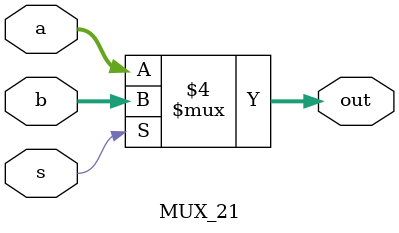
<source format=sv>
`timescale 1ns / 1ps


module MUX_21(
    input logic [31:0] a,
    input logic [31:0] b,
    input s,
    output logic [31:0] out
    );
    
    always_comb begin
    if(s == 0)begin
        out = a;
        end
    else begin
        out = b;
        end
    end
endmodule

</source>
